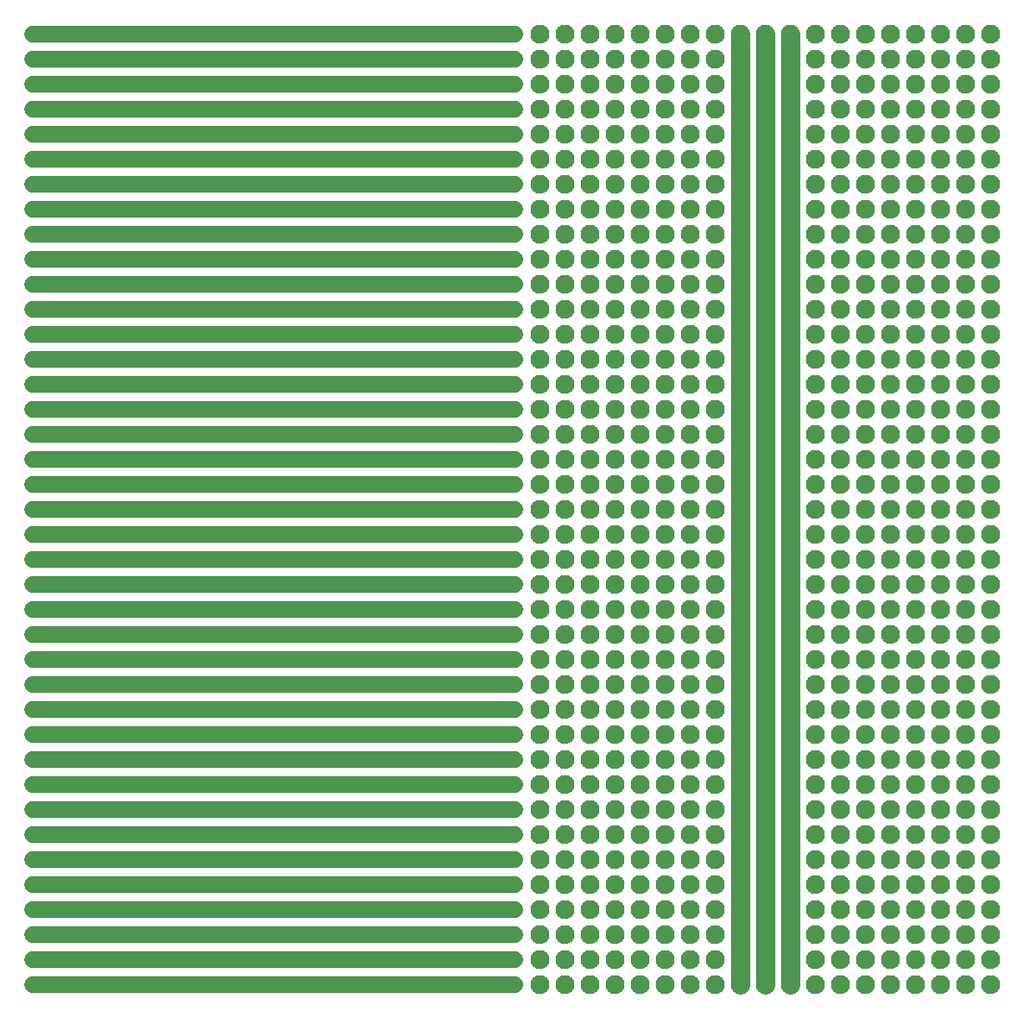
<source format=gtl>
G75*
%MOIN*%
%OFA0B0*%
%FSLAX24Y24*%
%IPPOS*%
%LPD*%
%AMOC8*
5,1,8,0,0,1.08239X$1,22.5*
%
%ADD10C,0.0681*%
%ADD11C,0.0760*%
%ADD12C,0.0760*%
D10*
X000660Y000910D02*
X019910Y000910D01*
X019910Y001910D02*
X000660Y001910D01*
X000660Y002910D02*
X019910Y002910D01*
X019910Y003910D02*
X000660Y003910D01*
X000660Y004910D02*
X019910Y004910D01*
X019910Y005910D02*
X000660Y005910D01*
X000660Y006910D02*
X019910Y006910D01*
X019910Y007910D02*
X000660Y007910D01*
X000660Y008910D02*
X019910Y008910D01*
X019910Y009910D02*
X000660Y009910D01*
X000660Y010910D02*
X019910Y010910D01*
X019910Y011910D02*
X000660Y011910D01*
X000660Y012910D02*
X019910Y012910D01*
X019910Y013910D02*
X000660Y013910D01*
X000660Y014910D02*
X019910Y014910D01*
X019910Y015910D02*
X000660Y015910D01*
X000660Y016910D02*
X019910Y016910D01*
X019910Y017910D02*
X000660Y017910D01*
X000660Y018910D02*
X019910Y018910D01*
X019910Y019910D02*
X000660Y019910D01*
X000660Y020910D02*
X019910Y020910D01*
X019910Y021910D02*
X000660Y021910D01*
X000660Y022910D02*
X019910Y022910D01*
X019910Y023910D02*
X000660Y023910D01*
X000660Y024910D02*
X019910Y024910D01*
X019910Y025910D02*
X000660Y025910D01*
X000660Y026910D02*
X019910Y026910D01*
X019910Y027910D02*
X000660Y027910D01*
X000660Y028910D02*
X019910Y028910D01*
X019910Y029910D02*
X000660Y029910D01*
X000660Y030910D02*
X019910Y030910D01*
X019910Y031910D02*
X000660Y031910D01*
X000660Y032910D02*
X019910Y032910D01*
X019910Y033910D02*
X000660Y033910D01*
X000660Y034910D02*
X019910Y034910D01*
X019910Y035910D02*
X000660Y035910D01*
X000660Y036910D02*
X019910Y036910D01*
X019910Y037910D02*
X000660Y037910D01*
X000660Y038910D02*
X019910Y038910D01*
D11*
X020910Y038910D03*
X020910Y037910D03*
X020910Y036910D03*
X020910Y035910D03*
X020910Y034910D03*
X020910Y033910D03*
X020910Y032910D03*
X020910Y031910D03*
X020910Y030910D03*
X020910Y029910D03*
X020910Y028910D03*
X020910Y027910D03*
X020910Y026910D03*
X020910Y025910D03*
X020910Y024910D03*
X020910Y023910D03*
X020910Y022910D03*
X020910Y021910D03*
X020910Y020910D03*
X020910Y019910D03*
X020910Y018910D03*
X020910Y017910D03*
X020910Y016910D03*
X020910Y015910D03*
X020910Y014910D03*
X020910Y013910D03*
X020910Y012910D03*
X020910Y011910D03*
X020910Y010910D03*
X020910Y009910D03*
X020910Y008910D03*
X020910Y007910D03*
X020910Y006910D03*
X020910Y005910D03*
X020910Y004910D03*
X020910Y003910D03*
X020910Y002910D03*
X020910Y001910D03*
X020910Y000910D03*
X021910Y000910D03*
X021910Y001910D03*
X022910Y001910D03*
X022910Y000910D03*
X023910Y000910D03*
X023910Y001910D03*
X024910Y001910D03*
X024910Y000910D03*
X025910Y000910D03*
X025910Y001910D03*
X026910Y001910D03*
X026910Y000910D03*
X027910Y000910D03*
X027910Y001910D03*
X028910Y001910D03*
X028910Y000910D03*
X029910Y000910D03*
X029910Y001910D03*
X030910Y001910D03*
X030910Y000910D03*
X031910Y000910D03*
X031910Y001910D03*
X032910Y001910D03*
X032910Y000910D03*
X033910Y000910D03*
X033910Y001910D03*
X034910Y001910D03*
X034910Y000910D03*
X035910Y000910D03*
X035910Y001910D03*
X036910Y001910D03*
X036910Y000910D03*
X037910Y000910D03*
X037910Y001910D03*
X037910Y002910D03*
X037910Y003910D03*
X037910Y004910D03*
X037910Y005910D03*
X037910Y006910D03*
X037910Y007910D03*
X037910Y008910D03*
X037910Y009910D03*
X037910Y010910D03*
X037910Y011910D03*
X037910Y012910D03*
X037910Y013910D03*
X037910Y014910D03*
X037910Y015910D03*
X037910Y016910D03*
X037910Y017910D03*
X037910Y018910D03*
X037910Y019910D03*
X037910Y020910D03*
X037910Y021910D03*
X037910Y022910D03*
X037910Y023910D03*
X037910Y024910D03*
X037910Y025910D03*
X037910Y026910D03*
X037910Y027910D03*
X037910Y028910D03*
X037910Y029910D03*
X037910Y030910D03*
X037910Y031910D03*
X037910Y032910D03*
X037910Y033910D03*
X037910Y034910D03*
X037910Y035910D03*
X037910Y036910D03*
X037910Y037910D03*
X037910Y038910D03*
X036910Y038910D03*
X035910Y038910D03*
X035910Y037910D03*
X036910Y037910D03*
X036910Y036910D03*
X036910Y035910D03*
X035910Y035910D03*
X035910Y036910D03*
X034910Y036910D03*
X034910Y035910D03*
X033910Y035910D03*
X033910Y036910D03*
X033910Y037910D03*
X034910Y037910D03*
X034910Y038910D03*
X033910Y038910D03*
X032910Y038910D03*
X031910Y038910D03*
X031910Y037910D03*
X032910Y037910D03*
X032910Y036910D03*
X032910Y035910D03*
X031910Y035910D03*
X031910Y036910D03*
X030910Y036910D03*
X030910Y035910D03*
X029910Y035910D03*
X029910Y036910D03*
X029910Y037910D03*
X030910Y037910D03*
X030910Y038910D03*
X029910Y038910D03*
X028910Y038910D03*
X027910Y038910D03*
X027910Y037910D03*
X028910Y037910D03*
X028910Y036910D03*
X028910Y035910D03*
X027910Y035910D03*
X027910Y036910D03*
X026910Y036910D03*
X026910Y035910D03*
X025910Y035910D03*
X025910Y036910D03*
X025910Y037910D03*
X026910Y037910D03*
X026910Y038910D03*
X025910Y038910D03*
X024910Y038910D03*
X023910Y038910D03*
X023910Y037910D03*
X024910Y037910D03*
X024910Y036910D03*
X024910Y035910D03*
X023910Y035910D03*
X023910Y036910D03*
X022910Y036910D03*
X022910Y035910D03*
X021910Y035910D03*
X021910Y036910D03*
X021910Y037910D03*
X022910Y037910D03*
X022910Y038910D03*
X021910Y038910D03*
X021910Y034910D03*
X021910Y033910D03*
X022910Y033910D03*
X022910Y034910D03*
X023910Y034910D03*
X023910Y033910D03*
X024910Y033910D03*
X024910Y034910D03*
X025910Y034910D03*
X025910Y033910D03*
X026910Y033910D03*
X026910Y034910D03*
X027910Y034910D03*
X027910Y033910D03*
X028910Y033910D03*
X028910Y034910D03*
X029910Y034910D03*
X029910Y033910D03*
X030910Y033910D03*
X030910Y034910D03*
X031910Y034910D03*
X031910Y033910D03*
X032910Y033910D03*
X032910Y034910D03*
X033910Y034910D03*
X033910Y033910D03*
X034910Y033910D03*
X034910Y034910D03*
X035910Y034910D03*
X035910Y033910D03*
X036910Y033910D03*
X036910Y034910D03*
X036910Y032910D03*
X036910Y031910D03*
X035910Y031910D03*
X035910Y032910D03*
X034910Y032910D03*
X034910Y031910D03*
X033910Y031910D03*
X033910Y032910D03*
X032910Y032910D03*
X032910Y031910D03*
X031910Y031910D03*
X031910Y032910D03*
X030910Y032910D03*
X030910Y031910D03*
X029910Y031910D03*
X029910Y032910D03*
X028910Y032910D03*
X028910Y031910D03*
X027910Y031910D03*
X027910Y032910D03*
X026910Y032910D03*
X026910Y031910D03*
X025910Y031910D03*
X025910Y032910D03*
X024910Y032910D03*
X024910Y031910D03*
X023910Y031910D03*
X023910Y032910D03*
X022910Y032910D03*
X022910Y031910D03*
X021910Y031910D03*
X021910Y032910D03*
X021910Y030910D03*
X021910Y029910D03*
X022910Y029910D03*
X022910Y030910D03*
X023910Y030910D03*
X023910Y029910D03*
X024910Y029910D03*
X024910Y030910D03*
X025910Y030910D03*
X025910Y029910D03*
X026910Y029910D03*
X026910Y030910D03*
X027910Y030910D03*
X027910Y029910D03*
X028910Y029910D03*
X028910Y030910D03*
X029910Y030910D03*
X029910Y029910D03*
X030910Y029910D03*
X030910Y030910D03*
X031910Y030910D03*
X031910Y029910D03*
X032910Y029910D03*
X032910Y030910D03*
X033910Y030910D03*
X033910Y029910D03*
X034910Y029910D03*
X034910Y030910D03*
X035910Y030910D03*
X035910Y029910D03*
X036910Y029910D03*
X036910Y030910D03*
X036910Y028910D03*
X036910Y027910D03*
X035910Y027910D03*
X035910Y028910D03*
X034910Y028910D03*
X034910Y027910D03*
X033910Y027910D03*
X033910Y028910D03*
X032910Y028910D03*
X032910Y027910D03*
X031910Y027910D03*
X031910Y028910D03*
X030910Y028910D03*
X030910Y027910D03*
X029910Y027910D03*
X029910Y028910D03*
X028910Y028910D03*
X028910Y027910D03*
X027910Y027910D03*
X027910Y028910D03*
X026910Y028910D03*
X026910Y027910D03*
X025910Y027910D03*
X025910Y028910D03*
X024910Y028910D03*
X024910Y027910D03*
X023910Y027910D03*
X023910Y028910D03*
X022910Y028910D03*
X022910Y027910D03*
X021910Y027910D03*
X021910Y028910D03*
X021910Y026910D03*
X021910Y025910D03*
X022910Y025910D03*
X022910Y026910D03*
X023910Y026910D03*
X023910Y025910D03*
X024910Y025910D03*
X024910Y026910D03*
X025910Y026910D03*
X025910Y025910D03*
X026910Y025910D03*
X026910Y026910D03*
X027910Y026910D03*
X027910Y025910D03*
X028910Y025910D03*
X028910Y026910D03*
X029910Y026910D03*
X029910Y025910D03*
X030910Y025910D03*
X030910Y026910D03*
X031910Y026910D03*
X031910Y025910D03*
X032910Y025910D03*
X032910Y026910D03*
X033910Y026910D03*
X033910Y025910D03*
X034910Y025910D03*
X034910Y026910D03*
X035910Y026910D03*
X035910Y025910D03*
X036910Y025910D03*
X036910Y026910D03*
X036910Y024910D03*
X036910Y023910D03*
X035910Y023910D03*
X035910Y024910D03*
X034910Y024910D03*
X034910Y023910D03*
X033910Y023910D03*
X033910Y024910D03*
X032910Y024910D03*
X032910Y023910D03*
X031910Y023910D03*
X031910Y024910D03*
X030910Y024910D03*
X030910Y023910D03*
X029910Y023910D03*
X029910Y024910D03*
X028910Y024910D03*
X028910Y023910D03*
X027910Y023910D03*
X027910Y024910D03*
X026910Y024910D03*
X026910Y023910D03*
X025910Y023910D03*
X025910Y024910D03*
X024910Y024910D03*
X024910Y023910D03*
X023910Y023910D03*
X023910Y024910D03*
X022910Y024910D03*
X022910Y023910D03*
X021910Y023910D03*
X021910Y024910D03*
X021910Y022910D03*
X021910Y021910D03*
X022910Y021910D03*
X022910Y022910D03*
X023910Y022910D03*
X023910Y021910D03*
X024910Y021910D03*
X024910Y022910D03*
X025910Y022910D03*
X025910Y021910D03*
X026910Y021910D03*
X026910Y022910D03*
X027910Y022910D03*
X027910Y021910D03*
X028910Y021910D03*
X028910Y022910D03*
X029910Y022910D03*
X029910Y021910D03*
X030910Y021910D03*
X030910Y022910D03*
X031910Y022910D03*
X031910Y021910D03*
X032910Y021910D03*
X032910Y022910D03*
X033910Y022910D03*
X033910Y021910D03*
X034910Y021910D03*
X034910Y022910D03*
X035910Y022910D03*
X035910Y021910D03*
X036910Y021910D03*
X036910Y022910D03*
X036910Y020910D03*
X036910Y019910D03*
X035910Y019910D03*
X035910Y020910D03*
X034910Y020910D03*
X034910Y019910D03*
X033910Y019910D03*
X033910Y020910D03*
X032910Y020910D03*
X032910Y019910D03*
X031910Y019910D03*
X031910Y020910D03*
X030910Y020910D03*
X030910Y019910D03*
X029910Y019910D03*
X029910Y020910D03*
X028910Y020910D03*
X028910Y019910D03*
X027910Y019910D03*
X027910Y020910D03*
X026910Y020910D03*
X026910Y019910D03*
X025910Y019910D03*
X025910Y020910D03*
X024910Y020910D03*
X024910Y019910D03*
X023910Y019910D03*
X023910Y020910D03*
X022910Y020910D03*
X022910Y019910D03*
X021910Y019910D03*
X021910Y020910D03*
X021910Y018910D03*
X021910Y017910D03*
X022910Y017910D03*
X022910Y018910D03*
X023910Y018910D03*
X023910Y017910D03*
X024910Y017910D03*
X024910Y018910D03*
X025910Y018910D03*
X025910Y017910D03*
X026910Y017910D03*
X026910Y018910D03*
X027910Y018910D03*
X027910Y017910D03*
X028910Y017910D03*
X028910Y018910D03*
X029910Y018910D03*
X029910Y017910D03*
X030910Y017910D03*
X030910Y018910D03*
X031910Y018910D03*
X031910Y017910D03*
X032910Y017910D03*
X032910Y018910D03*
X033910Y018910D03*
X033910Y017910D03*
X034910Y017910D03*
X034910Y018910D03*
X035910Y018910D03*
X035910Y017910D03*
X036910Y017910D03*
X036910Y018910D03*
X036910Y016910D03*
X036910Y015910D03*
X035910Y015910D03*
X035910Y016910D03*
X034910Y016910D03*
X034910Y015910D03*
X033910Y015910D03*
X033910Y016910D03*
X032910Y016910D03*
X032910Y015910D03*
X031910Y015910D03*
X031910Y016910D03*
X030910Y016910D03*
X030910Y015910D03*
X029910Y015910D03*
X029910Y016910D03*
X028910Y016910D03*
X028910Y015910D03*
X027910Y015910D03*
X027910Y016910D03*
X026910Y016910D03*
X026910Y015910D03*
X025910Y015910D03*
X025910Y016910D03*
X024910Y016910D03*
X024910Y015910D03*
X023910Y015910D03*
X023910Y016910D03*
X022910Y016910D03*
X022910Y015910D03*
X021910Y015910D03*
X021910Y016910D03*
X021910Y014910D03*
X021910Y013910D03*
X022910Y013910D03*
X022910Y014910D03*
X023910Y014910D03*
X023910Y013910D03*
X024910Y013910D03*
X024910Y014910D03*
X025910Y014910D03*
X025910Y013910D03*
X026910Y013910D03*
X026910Y014910D03*
X027910Y014910D03*
X027910Y013910D03*
X028910Y013910D03*
X028910Y014910D03*
X029910Y014910D03*
X029910Y013910D03*
X030910Y013910D03*
X030910Y014910D03*
X031910Y014910D03*
X031910Y013910D03*
X032910Y013910D03*
X032910Y014910D03*
X033910Y014910D03*
X033910Y013910D03*
X034910Y013910D03*
X034910Y014910D03*
X035910Y014910D03*
X035910Y013910D03*
X036910Y013910D03*
X036910Y014910D03*
X036910Y012910D03*
X036910Y011910D03*
X035910Y011910D03*
X035910Y012910D03*
X034910Y012910D03*
X034910Y011910D03*
X033910Y011910D03*
X033910Y012910D03*
X032910Y012910D03*
X032910Y011910D03*
X031910Y011910D03*
X031910Y012910D03*
X030910Y012910D03*
X030910Y011910D03*
X029910Y011910D03*
X029910Y012910D03*
X028910Y012910D03*
X028910Y011910D03*
X027910Y011910D03*
X027910Y012910D03*
X026910Y012910D03*
X026910Y011910D03*
X025910Y011910D03*
X025910Y012910D03*
X024910Y012910D03*
X024910Y011910D03*
X023910Y011910D03*
X023910Y012910D03*
X022910Y012910D03*
X022910Y011910D03*
X021910Y011910D03*
X021910Y012910D03*
X021910Y010910D03*
X022910Y010910D03*
X022910Y009910D03*
X022910Y008910D03*
X021910Y008910D03*
X021910Y009910D03*
X021910Y007910D03*
X021910Y006910D03*
X022910Y006910D03*
X022910Y007910D03*
X023910Y007910D03*
X023910Y006910D03*
X024910Y006910D03*
X024910Y007910D03*
X024910Y008910D03*
X024910Y009910D03*
X023910Y009910D03*
X023910Y008910D03*
X023910Y010910D03*
X024910Y010910D03*
X025910Y010910D03*
X026910Y010910D03*
X026910Y009910D03*
X026910Y008910D03*
X025910Y008910D03*
X025910Y009910D03*
X025910Y007910D03*
X025910Y006910D03*
X026910Y006910D03*
X026910Y007910D03*
X027910Y007910D03*
X027910Y006910D03*
X028910Y006910D03*
X028910Y007910D03*
X028910Y008910D03*
X028910Y009910D03*
X027910Y009910D03*
X027910Y008910D03*
X027910Y010910D03*
X028910Y010910D03*
X029910Y010910D03*
X030910Y010910D03*
X030910Y009910D03*
X030910Y008910D03*
X029910Y008910D03*
X029910Y009910D03*
X029910Y007910D03*
X029910Y006910D03*
X030910Y006910D03*
X030910Y007910D03*
X031910Y007910D03*
X031910Y006910D03*
X032910Y006910D03*
X032910Y007910D03*
X032910Y008910D03*
X032910Y009910D03*
X031910Y009910D03*
X031910Y008910D03*
X031910Y010910D03*
X032910Y010910D03*
X033910Y010910D03*
X034910Y010910D03*
X034910Y009910D03*
X034910Y008910D03*
X033910Y008910D03*
X033910Y009910D03*
X033910Y007910D03*
X033910Y006910D03*
X034910Y006910D03*
X034910Y007910D03*
X035910Y007910D03*
X035910Y006910D03*
X036910Y006910D03*
X036910Y007910D03*
X036910Y008910D03*
X036910Y009910D03*
X035910Y009910D03*
X035910Y008910D03*
X035910Y010910D03*
X036910Y010910D03*
X038910Y010910D03*
X038910Y009910D03*
X038910Y008910D03*
X038910Y007910D03*
X038910Y006910D03*
X038910Y005910D03*
X038910Y004910D03*
X038910Y003910D03*
X038910Y002910D03*
X038910Y001910D03*
X038910Y000910D03*
X036910Y002910D03*
X036910Y003910D03*
X035910Y003910D03*
X035910Y002910D03*
X034910Y002910D03*
X034910Y003910D03*
X033910Y003910D03*
X033910Y002910D03*
X032910Y002910D03*
X032910Y003910D03*
X031910Y003910D03*
X031910Y002910D03*
X030910Y002910D03*
X030910Y003910D03*
X029910Y003910D03*
X029910Y002910D03*
X028910Y002910D03*
X028910Y003910D03*
X027910Y003910D03*
X027910Y002910D03*
X026910Y002910D03*
X026910Y003910D03*
X025910Y003910D03*
X025910Y002910D03*
X024910Y002910D03*
X024910Y003910D03*
X023910Y003910D03*
X023910Y002910D03*
X022910Y002910D03*
X022910Y003910D03*
X021910Y003910D03*
X021910Y002910D03*
X021910Y004910D03*
X021910Y005910D03*
X022910Y005910D03*
X022910Y004910D03*
X023910Y004910D03*
X023910Y005910D03*
X024910Y005910D03*
X024910Y004910D03*
X025910Y004910D03*
X025910Y005910D03*
X026910Y005910D03*
X026910Y004910D03*
X027910Y004910D03*
X027910Y005910D03*
X028910Y005910D03*
X028910Y004910D03*
X029910Y004910D03*
X029910Y005910D03*
X030910Y005910D03*
X030910Y004910D03*
X031910Y004910D03*
X031910Y005910D03*
X032910Y005910D03*
X032910Y004910D03*
X033910Y004910D03*
X033910Y005910D03*
X034910Y005910D03*
X034910Y004910D03*
X035910Y004910D03*
X035910Y005910D03*
X036910Y005910D03*
X036910Y004910D03*
X038910Y011910D03*
X038910Y012910D03*
X038910Y013910D03*
X038910Y014910D03*
X038910Y015910D03*
X038910Y016910D03*
X038910Y017910D03*
X038910Y018910D03*
X038910Y019910D03*
X038910Y020910D03*
X038910Y021910D03*
X038910Y022910D03*
X038910Y023910D03*
X038910Y024910D03*
X038910Y025910D03*
X038910Y026910D03*
X038910Y027910D03*
X038910Y028910D03*
X038910Y029910D03*
X038910Y030910D03*
X038910Y031910D03*
X038910Y032910D03*
X038910Y033910D03*
X038910Y034910D03*
X038910Y035910D03*
X038910Y036910D03*
X038910Y037910D03*
X038910Y038910D03*
D12*
X030910Y038910D02*
X030910Y000910D01*
X029910Y000910D02*
X029910Y038910D01*
X028910Y038910D02*
X028910Y000910D01*
M02*

</source>
